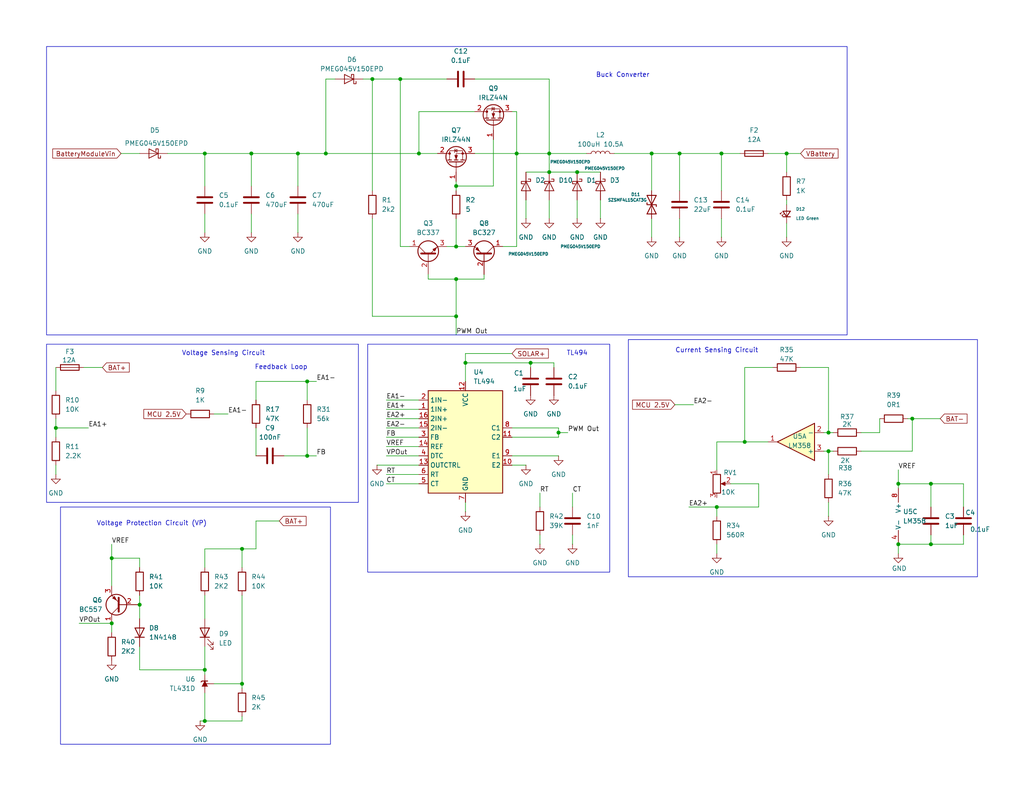
<source format=kicad_sch>
(kicad_sch (version 20231120) (generator "eeschema") (generator_version "8.0")
  (paper "USLetter")
  (title_block (title "Main"))
  (lib_symbols
    (symbol "Amplifier_Operational:LM358" (pin_names (offset 0.127))
      (property "Reference" "U" (at 0 5.08 0))
      (property "Value" "LM358" (at 0 -5.08 0))
      (symbol "LM358_1_1"
        (polyline (pts (xy -5.08 5.08) (xy 5.08 0) (xy -5.08 -5.08) (xy -5.08 5.08)) (stroke (width 0.254)) (fill (type background)))
        (pin output line (at 7.62 0 180) (length 2.54) (name "~") (number "1"))
        (pin input line (at -7.62 -2.54 0) (length 2.54) (name "-") (number "2"))
        (pin input line (at -7.62 2.54 0) (length 2.54) (name "+") (number "3"))
      )
      (symbol "LM358_2_1"
        (polyline (pts (xy -5.08 5.08) (xy 5.08 0) (xy -5.08 -5.08) (xy -5.08 5.08)) (stroke (width 0.254)) (fill (type background)))
        (pin input line (at -7.62 2.54 0) (length 2.54) (name "+") (number "5"))
        (pin input line (at -7.62 -2.54 0) (length 2.54) (name "-") (number "6"))
        (pin output line (at 7.62 0 180) (length 2.54) (name "~") (number "7"))
      )
      (symbol "LM358_3_1"
        (pin power_in line (at -2.54 -7.62 90) (length 3.81) (name "V-") (number "4"))
        (pin power_in line (at -2.54 7.62 270) (length 3.81) (name "V+") (number "8"))
      )
    )
    (symbol "Device:C" (pin_numbers hide) (pin_names (offset 0.254))
      (property "Reference" "C" (at 0.635 2.54 0))
      (property "Value" "C" (at 0.635 -2.54 0))
      (symbol "C_0_1"
        (polyline (pts (xy -2.032 -0.762) (xy 2.032 -0.762)) (stroke (width 0.508)))
        (polyline (pts (xy -2.032 0.762) (xy 2.032 0.762)) (stroke (width 0.508)))
      )
      (symbol "C_1_1"
        (pin passive line (at 0 3.81 270) (length 2.794) (name "~") (number "1"))
        (pin passive line (at 0 -3.81 90) (length 2.794) (name "~") (number "2"))
      )
    )
    (symbol "Device:D_TVS" (pin_numbers hide) (pin_names (offset 1.016) hide)
      (property "Reference" "D" (at 0 2.54 0))
      (property "Value" "D_TVS" (at 0 -2.54 0))
      (symbol "D_TVS_0_1"
        (polyline (pts (xy 1.27 0) (xy -1.27 0)))
        (polyline (pts (xy 0.508 1.27) (xy 0 1.27) (xy 0 -1.27) (xy -0.508 -1.27)) (stroke (width 0.254)))
        (polyline (pts (xy -2.54 1.27) (xy -2.54 -1.27) (xy 2.54 1.27) (xy 2.54 -1.27) (xy -2.54 1.27)) (stroke (width 0.254)))
      )
      (symbol "D_TVS_1_1"
        (pin passive line (at -3.81 0 0) (length 2.54) (name "A1") (number "1"))
        (pin passive line (at 3.81 0 180) (length 2.54) (name "A2") (number "2"))
      )
    )
    (symbol "Device:Fuse" (pin_numbers hide) (pin_names (offset 0))
      (property "Reference" "F" (at 2.032 0 90))
      (property "Value" "Fuse" (at -1.905 0 90))
      (symbol "Fuse_0_1"
        (rectangle (start -0.762 -2.54) (end 0.762 2.54) (stroke (width 0.254)))
        (polyline (pts (xy 0 2.54) (xy 0 -2.54)))
      )
      (symbol "Fuse_1_1"
        (pin passive line (at 0 3.81 270) (length 1.27) (name "~") (number "1"))
        (pin passive line (at 0 -3.81 90) (length 1.27) (name "~") (number "2"))
      )
    )
    (symbol "Device:L" (pin_numbers hide) (pin_names (offset 1.016) hide)
      (property "Reference" "L" (at -1.27 0 90))
      (property "Value" "L" (at 1.905 0 90))
      (symbol "L_0_1"
        (arc (start 0 -2.54) (mid 0.6323 -1.905) (end 0 -1.27))
        (arc (start 0 -1.27) (mid 0.6323 -0.635) (end 0 0))
        (arc (start 0 0) (mid 0.6323 0.635) (end 0 1.27))
        (arc (start 0 1.27) (mid 0.6323 1.905) (end 0 2.54))
      )
      (symbol "L_1_1"
        (pin passive line (at 0 3.81 270) (length 1.27) (name "1") (number "1"))
        (pin passive line (at 0 -3.81 90) (length 1.27) (name "2") (number "2"))
      )
    )
    (symbol "Device:LED" (pin_numbers hide) (pin_names (offset 1.016) hide)
      (property "Reference" "D" (at 0 2.54 0))
      (property "Value" "LED" (at 0 -2.54 0))
      (symbol "LED_0_1"
        (polyline (pts (xy -1.27 -1.27) (xy -1.27 1.27)) (stroke (width 0.254)))
        (polyline (pts (xy -1.27 0) (xy 1.27 0)))
        (polyline (pts (xy 1.27 -1.27) (xy 1.27 1.27) (xy -1.27 0) (xy 1.27 -1.27)) (stroke (width 0.254)))
        (polyline (pts (xy -3.048 -0.762) (xy -4.572 -2.286) (xy -3.81 -2.286) (xy -4.572 -2.286) (xy -4.572 -1.524)))
        (polyline (pts (xy -1.778 -0.762) (xy -3.302 -2.286) (xy -2.54 -2.286) (xy -3.302 -2.286) (xy -3.302 -1.524)))
      )
      (symbol "LED_1_1"
        (pin passive line (at -3.81 0 0) (length 2.54) (name "K") (number "1"))
        (pin passive line (at 3.81 0 180) (length 2.54) (name "A") (number "2"))
      )
    )
    (symbol "Device:LED_Small" (pin_numbers hide) (pin_names (offset 0.254) hide)
      (property "Reference" "D" (at -1.27 3.175 0))
      (property "Value" "LED_Small" (at -4.445 -2.54 0))
      (symbol "LED_Small_0_1"
        (polyline (pts (xy -0.762 -1.016) (xy -0.762 1.016)) (stroke (width 0.254)))
        (polyline (pts (xy 1.016 0) (xy -0.762 0)))
        (polyline (pts (xy 0.762 -1.016) (xy -0.762 0) (xy 0.762 1.016) (xy 0.762 -1.016)) (stroke (width 0.254)))
        (polyline (pts (xy 0 0.762) (xy -0.508 1.27) (xy -0.254 1.27) (xy -0.508 1.27) (xy -0.508 1.016)))
        (polyline (pts (xy 0.508 1.27) (xy 0 1.778) (xy 0.254 1.778) (xy 0 1.778) (xy 0 1.524)))
      )
      (symbol "LED_Small_1_1"
        (pin passive line (at -2.54 0 0) (length 1.778) (name "K") (number "1"))
        (pin passive line (at 2.54 0 180) (length 1.778) (name "A") (number "2"))
      )
    )
    (symbol "Device:R" (pin_numbers hide) (pin_names (offset 0))
      (property "Reference" "R" (at 2.032 0 90))
      (property "Value" "R" (at 0 0 90))
      (symbol "R_0_1"
        (rectangle (start -1.016 -2.54) (end 1.016 2.54) (stroke (width 0.254)))
      )
      (symbol "R_1_1"
        (pin passive line (at 0 3.81 270) (length 1.27) (name "~") (number "1"))
        (pin passive line (at 0 -3.81 90) (length 1.27) (name "~") (number "2"))
      )
    )
    (symbol "Device:R_Potentiometer" (pin_names (offset 1.016) hide)
      (property "Reference" "RV" (at -4.445 0 90))
      (property "Value" "R_Potentiometer" (at -2.54 0 90))
      (symbol "R_Potentiometer_0_1"
        (polyline (pts (xy 2.54 0) (xy 1.524 0)))
        (polyline (pts (xy 1.143 0) (xy 2.286 0.508) (xy 2.286 -0.508) (xy 1.143 0)) (fill (type outline)))
        (rectangle (start 1.016 2.54) (end -1.016 -2.54) (stroke (width 0.254)))
      )
      (symbol "R_Potentiometer_1_1"
        (pin passive line (at 0 3.81 270) (length 1.27) (name "1") (number "1"))
        (pin passive line (at 3.81 0 180) (length 1.27) (name "2") (number "2"))
        (pin passive line (at 0 -3.81 90) (length 1.27) (name "3") (number "3"))
      )
    )
    (symbol "Diode:1N4148" (pin_numbers hide) (pin_names hide)
      (property "Reference" "D" (at 0 2.54 0))
      (property "Value" "1N4148" (at 0 -2.54 0))
      (symbol "1N4148_0_1"
        (polyline (pts (xy -1.27 1.27) (xy -1.27 -1.27)) (stroke (width 0.254)))
        (polyline (pts (xy 1.27 0) (xy -1.27 0)))
        (polyline (pts (xy 1.27 1.27) (xy 1.27 -1.27) (xy -1.27 0) (xy 1.27 1.27)) (stroke (width 0.254)))
      )
      (symbol "1N4148_1_1"
        (pin passive line (at -3.81 0 0) (length 2.54) (name "K") (number "1"))
        (pin passive line (at 3.81 0 180) (length 2.54) (name "A") (number "2"))
      )
    )
    (symbol "Diode:PMEG045V150EPD" (pin_numbers hide) (pin_names hide)
      (property "Reference" "D" (at 0 2.54 0))
      (property "Value" "PMEG045V150EPD" (at 0 -2.54 0))
      (symbol "PMEG045V150EPD_0_1"
        (polyline (pts (xy 1.27 0) (xy -1.27 0)))
        (polyline (pts (xy 1.27 1.27) (xy 1.27 -1.27) (xy -1.27 0) (xy 1.27 1.27)) (stroke (width 0.2032)))
        (polyline (pts (xy -1.905 0.635) (xy -1.905 1.27) (xy -1.27 1.27) (xy -1.27 -1.27) (xy -0.635 -1.27) (xy -0.635 -0.635)) (stroke (width 0.2032)))
      )
      (symbol "PMEG045V150EPD_1_1"
        (pin passive line (at 3.81 0 180) (length 2.54) (name "A") (number "1"))
        (pin passive line (at 3.81 0 180) (length 2.54) hide (name "A") (number "2"))
        (pin passive line (at -3.81 0 0) (length 2.54) (name "K") (number "3"))
      )
    )
    (symbol "Reference_Voltage:TL431D" (pin_numbers hide) (pin_names hide)
      (property "Reference" "U" (at 0 -2.54 0))
      (property "Value" "TL431D" (at 0 -4.445 0))
      (symbol "TL431D_0_1"
        (polyline (pts (xy -1.27 0) (xy 0 0) (xy 1.27 0)))
        (polyline (pts (xy -0.762 0.762) (xy 0.762 0) (xy -0.762 -0.762)) (fill (type outline)))
        (polyline (pts (xy 0.508 -1.016) (xy 0.762 -0.762) (xy 0.762 0.762) (xy 0.762 0.762)) (stroke (width 0.254)))
      )
      (symbol "TL431D_1_1"
        (polyline (pts (xy 0 1.27) (xy 0 0)))
        (pin passive line (at 2.54 0 180) (length 2.54) (name "K") (number "1"))
        (pin passive line (at -2.54 0 0) (length 2.54) (name "A") (number "2"))
        (pin passive line (at -2.54 0 0) (length 2.54) hide (name "A") (number "3"))
        (pin passive line (at -2.54 0 0) (length 2.54) hide (name "A") (number "6"))
        (pin passive line (at -2.54 0 0) (length 2.54) hide (name "A") (number "7"))
        (pin passive line (at 0 2.54 270) (length 2.54) (name "REF") (number "8"))
      )
    )
    (symbol "Regulator_Controller:TL494"
      (property "Reference" "U" (at 3.81 19.05 0))
      (property "Value" "TL494" (at 3.81 16.51 0))
      (symbol "TL494_0_1"
        (rectangle (start -10.16 -12.7) (end 10.16 15.24) (stroke (width 0.254)) (fill (type background)))
      )
      (symbol "TL494_1_1"
        (pin input line (at -12.7 10.16 0) (length 2.54) (name "1IN+") (number "1"))
        (pin passive line (at 12.7 -5.08 180) (length 2.54) (name "E2") (number "10"))
        (pin passive line (at 12.7 2.54 180) (length 2.54) (name "C2") (number "11"))
        (pin power_in line (at 0 17.78 270) (length 2.54) (name "VCC") (number "12"))
        (pin input line (at -12.7 -5.08 0) (length 2.54) (name "OUTCTRL") (number "13"))
        (pin power_out line (at -12.7 0 0) (length 2.54) (name "REF") (number "14"))
        (pin input line (at -12.7 5.08 0) (length 2.54) (name "2IN-") (number "15"))
        (pin input line (at -12.7 7.62 0) (length 2.54) (name "2IN+") (number "16"))
        (pin input line (at -12.7 12.7 0) (length 2.54) (name "1IN-") (number "2"))
        (pin output line (at -12.7 2.54 0) (length 2.54) (name "FB") (number "3"))
        (pin input line (at -12.7 -2.54 0) (length 2.54) (name "DTC") (number "4"))
        (pin passive line (at -12.7 -10.16 0) (length 2.54) (name "CT") (number "5"))
        (pin passive line (at -12.7 -7.62 0) (length 2.54) (name "RT") (number "6"))
        (pin power_in line (at 0 -15.24 90) (length 2.54) (name "GND") (number "7"))
        (pin passive line (at 12.7 5.08 180) (length 2.54) (name "C1") (number "8"))
        (pin passive line (at 12.7 -2.54 180) (length 2.54) (name "E1") (number "9"))
      )
    )
    (symbol "Transistor_BJT:BC327" (pin_names (offset 0) hide)
      (property "Reference" "Q" (at 5.08 1.905 0))
      (property "Value" "BC327" (at 5.08 0 0))
      (symbol "BC327_0_1"
        (polyline (pts (xy 0.635 0.635) (xy 2.54 2.54)))
        (polyline (pts (xy 0.635 -0.635) (xy 2.54 -2.54) (xy 2.54 -2.54)))
        (polyline (pts (xy 0.635 1.905) (xy 0.635 -1.905) (xy 0.635 -1.905)) (stroke (width 0.508)))
        (polyline (pts (xy 2.286 -1.778) (xy 1.778 -2.286) (xy 1.27 -1.27) (xy 2.286 -1.778) (xy 2.286 -1.778)) (fill (type outline)))
        (circle (center 1.27 0) (radius 2.8194) (stroke (width 0.254)))
      )
      (symbol "BC327_1_1"
        (pin passive line (at 2.54 5.08 270) (length 2.54) (name "C") (number "1"))
        (pin input line (at -5.08 0 0) (length 5.715) (name "B") (number "2"))
        (pin passive line (at 2.54 -5.08 90) (length 2.54) (name "E") (number "3"))
      )
    )
    (symbol "Transistor_BJT:BC337" (pin_names (offset 0) hide)
      (property "Reference" "Q" (at 5.08 1.905 0))
      (property "Value" "BC337" (at 5.08 0 0))
      (symbol "BC337_0_1"
        (polyline (pts (xy 0 0) (xy 0.635 0)))
        (polyline (pts (xy 0.635 0.635) (xy 2.54 2.54)))
        (polyline (pts (xy 0.635 -0.635) (xy 2.54 -2.54) (xy 2.54 -2.54)))
        (polyline (pts (xy 0.635 1.905) (xy 0.635 -1.905) (xy 0.635 -1.905)) (stroke (width 0.508)))
        (polyline (pts (xy 1.27 -1.778) (xy 1.778 -1.27) (xy 2.286 -2.286) (xy 1.27 -1.778) (xy 1.27 -1.778)) (fill (type outline)))
        (circle (center 1.27 0) (radius 2.8194) (stroke (width 0.254)))
      )
      (symbol "BC337_1_1"
        (pin passive line (at 2.54 5.08 270) (length 2.54) (name "C") (number "1"))
        (pin input line (at -5.08 0 0) (length 5.08) (name "B") (number "2"))
        (pin passive line (at 2.54 -5.08 90) (length 2.54) (name "E") (number "3"))
      )
    )
    (symbol "Transistor_BJT:BC557" (pin_names (offset 0) hide)
      (property "Reference" "Q" (at 5.08 1.905 0))
      (property "Value" "BC557" (at 5.08 0 0))
      (symbol "BC557_0_1"
        (polyline (pts (xy 0.635 0.635) (xy 2.54 2.54)))
        (polyline (pts (xy 0.635 -0.635) (xy 2.54 -2.54) (xy 2.54 -2.54)))
        (polyline (pts (xy 0.635 1.905) (xy 0.635 -1.905) (xy 0.635 -1.905)) (stroke (width 0.508)))
        (polyline (pts (xy 2.286 -1.778) (xy 1.778 -2.286) (xy 1.27 -1.27) (xy 2.286 -1.778) (xy 2.286 -1.778)) (fill (type outline)))
        (circle (center 1.27 0) (radius 2.8194) (stroke (width 0.254)))
      )
      (symbol "BC557_1_1"
        (pin passive line (at 2.54 5.08 270) (length 2.54) (name "C") (number "1"))
        (pin input line (at -5.08 0 0) (length 5.715) (name "B") (number "2"))
        (pin passive line (at 2.54 -5.08 90) (length 2.54) (name "E") (number "3"))
      )
    )
    (symbol "Transistor_FET:IRLZ44N" (pin_names hide)
      (property "Reference" "Q" (at 5.08 1.905 0))
      (property "Value" "IRLZ44N" (at 5.08 0 0))
      (symbol "IRLZ44N_0_1"
        (polyline (pts (xy 0.254 0) (xy -2.54 0)))
        (polyline (pts (xy 0.254 1.905) (xy 0.254 -1.905)) (stroke (width 0.254)))
        (polyline (pts (xy 0.762 -1.27) (xy 0.762 -2.286)) (stroke (width 0.254)))
        (polyline (pts (xy 0.762 0.508) (xy 0.762 -0.508)) (stroke (width 0.254)))
        (polyline (pts (xy 0.762 2.286) (xy 0.762 1.27)) (stroke (width 0.254)))
        (polyline (pts (xy 2.54 2.54) (xy 2.54 1.778)))
        (polyline (pts (xy 2.54 -2.54) (xy 2.54 0) (xy 0.762 0)))
        (polyline (pts (xy 0.762 -1.778) (xy 3.302 -1.778) (xy 3.302 1.778) (xy 0.762 1.778)))
        (polyline (pts (xy 1.016 0) (xy 2.032 0.381) (xy 2.032 -0.381) (xy 1.016 0)) (fill (type outline)))
        (polyline (pts (xy 2.794 0.508) (xy 2.921 0.381) (xy 3.683 0.381) (xy 3.81 0.254)))
        (polyline (pts (xy 3.302 0.381) (xy 2.921 -0.254) (xy 3.683 -0.254) (xy 3.302 0.381)))
        (circle (center 1.651 0) (radius 2.794) (stroke (width 0.254)))
        (circle (center 2.54 -1.778) (radius 0.254) (fill (type outline)))
        (circle (center 2.54 1.778) (radius 0.254) (fill (type outline)))
      )
      (symbol "IRLZ44N_1_1"
        (pin input line (at -5.08 0 0) (length 2.54) (name "G") (number "1"))
        (pin passive line (at 2.54 5.08 270) (length 2.54) (name "D") (number "2"))
        (pin passive line (at 2.54 -5.08 90) (length 2.54) (name "S") (number "3"))
      )
    )
    (symbol "power:GND" (power) (pin_numbers hide) (pin_names (offset 0) hide)
      (property "Value" "GND" (at 0 -3.81 0))
      (symbol "GND_0_1"
        (polyline (pts (xy 0 0) (xy 0 -1.27) (xy 1.27 -1.27) (xy 0 -2.54) (xy -1.27 -1.27) (xy 0 -1.27)))
      )
      (symbol "GND_1_1"
        (pin power_in line (at 0 0 270) (length 0) (name "~") (number "1"))
      )
    )
  )
  (junction (at 226.06 118.11))
  (junction (at 185.42 41.91))
  (junction (at 226.06 123.19))
  (junction (at 127 99.06))
  (junction (at 149.86 46.99))
  (junction (at 124.46 76.2))
  (junction (at 114.3 41.91))
  (junction (at 195.58 138.43))
  (junction (at 245.11 148.59))
  (junction (at 254 148.59))
  (junction (at 38.1 165.1))
  (junction (at 157.48 46.99))
  (junction (at 124.46 86.36))
  (junction (at 30.48 170.18))
  (junction (at 203.2 120.65))
  (junction (at 66.04 149.86))
  (junction (at 214.63 41.91))
  (junction (at 68.58 41.91))
  (junction (at 109.22 21.59))
  (junction (at 140.97 41.91))
  (junction (at 83.82 104.14))
  (junction (at 101.6 21.59))
  (junction (at 248.92 114.3))
  (junction (at 30.48 152.4))
  (junction (at 55.88 41.91))
  (junction (at 144.78 99.06))
  (junction (at 254 132.08))
  (junction (at 152.4 118.11))
  (junction (at 196.85 41.91))
  (junction (at 55.88 182.88))
  (junction (at 15.24 116.84))
  (junction (at 81.28 41.91))
  (junction (at 124.46 50.8))
  (junction (at 66.04 186.69))
  (junction (at 124.46 67.31))
  (junction (at 55.88 196.85))
  (junction (at 245.11 132.08))
  (junction (at 177.8 41.91))
  (junction (at 149.86 41.91))
  (junction (at 83.82 124.46))
  (junction (at 88.9 41.91))
  (wire (pts (xy 144.78 99.06) (xy 144.78 100.33)))
  (wire (pts (xy 139.7 30.48) (xy 140.97 30.48)))
  (wire (pts (xy 30.48 170.18) (xy 30.48 172.72)))
  (wire (pts (xy 124.46 52.07) (xy 124.46 50.8)))
  (wire (pts (xy 139.7 124.46) (xy 152.4 124.46)))
  (wire (pts (xy 137.16 67.31) (xy 140.97 67.31)))
  (wire (pts (xy 109.22 21.59) (xy 121.92 21.59)))
  (wire (pts (xy 157.48 54.61) (xy 157.48 59.69)))
  (wire (pts (xy 15.24 116.84) (xy 15.24 119.38)))
  (wire (pts (xy 214.63 60.96) (xy 214.63 64.77)))
  (wire (pts (xy 214.63 54.61) (xy 214.63 55.88)))
  (wire (pts (xy 83.82 104.14) (xy 83.82 109.22)))
  (wire (pts (xy 55.88 176.53) (xy 55.88 182.88)))
  (wire (pts (xy 124.46 76.2) (xy 132.08 76.2)))
  (wire (pts (xy 139.7 96.52) (xy 127 96.52)))
  (wire (pts (xy 254 148.59) (xy 262.89 148.59)))
  (wire (pts (xy 38.1 162.56) (xy 38.1 165.1)))
  (wire (pts (xy 199.39 132.08) (xy 207.01 132.08)))
  (wire (pts (xy 68.58 41.91) (xy 68.58 50.8)))
  (wire (pts (xy 114.3 41.91) (xy 119.38 41.91)))
  (wire (pts (xy 55.88 162.56) (xy 55.88 168.91)))
  (wire (pts (xy 226.06 137.16) (xy 226.06 140.97)))
  (wire (pts (xy 30.48 152.4) (xy 30.48 160.02)))
  (wire (pts (xy 167.64 41.91) (xy 177.8 41.91)))
  (wire (pts (xy 210.82 100.33) (xy 203.2 100.33)))
  (wire (pts (xy 105.41 114.3) (xy 114.3 114.3)))
  (wire (pts (xy 33.02 41.91) (xy 38.1 41.91)))
  (wire (pts (xy 151.13 99.06) (xy 151.13 100.33)))
  (wire (pts (xy 262.89 148.59) (xy 262.89 146.05)))
  (wire (pts (xy 224.79 123.19) (xy 226.06 123.19)))
  (wire (pts (xy 121.92 67.31) (xy 124.46 67.31)))
  (wire (pts (xy 227.33 118.11) (xy 226.06 118.11)))
  (wire (pts (xy 55.88 41.91) (xy 68.58 41.91)))
  (wire (pts (xy 69.85 104.14) (xy 83.82 104.14)))
  (wire (pts (xy 214.63 41.91) (xy 214.63 46.99)))
  (wire (pts (xy 55.88 41.91) (xy 55.88 50.8)))
  (wire (pts (xy 55.88 149.86) (xy 66.04 149.86)))
  (wire (pts (xy 132.08 76.2) (xy 132.08 74.93)))
  (wire (pts (xy 226.06 123.19) (xy 226.06 129.54)))
  (wire (pts (xy 55.88 196.85) (xy 66.04 196.85)))
  (wire (pts (xy 152.4 118.11) (xy 154.94 118.11)))
  (wire (pts (xy 38.1 154.94) (xy 38.1 152.4)))
  (wire (pts (xy 68.58 41.91) (xy 81.28 41.91)))
  (wire (pts (xy 109.22 67.31) (xy 111.76 67.31)))
  (wire (pts (xy 69.85 116.84) (xy 69.85 124.46)))
  (wire (pts (xy 38.1 176.53) (xy 38.1 182.88)))
  (wire (pts (xy 177.8 41.91) (xy 185.42 41.91)))
  (wire (pts (xy 109.22 21.59) (xy 109.22 67.31)))
  (wire (pts (xy 226.06 123.19) (xy 227.33 123.19)))
  (wire (pts (xy 140.97 41.91) (xy 149.86 41.91)))
  (wire (pts (xy 45.72 41.91) (xy 55.88 41.91)))
  (wire (pts (xy 76.2 142.24) (xy 69.85 142.24)))
  (wire (pts (xy 116.84 74.93) (xy 116.84 76.2)))
  (wire (pts (xy 66.04 186.69) (xy 66.04 187.96)))
  (wire (pts (xy 83.82 104.14) (xy 86.36 104.14)))
  (wire (pts (xy 185.42 41.91) (xy 196.85 41.91)))
  (wire (pts (xy 114.3 30.48) (xy 114.3 41.91)))
  (wire (pts (xy 83.82 124.46) (xy 86.36 124.46)))
  (wire (pts (xy 226.06 118.11) (xy 224.79 118.11)))
  (wire (pts (xy 105.41 111.76) (xy 114.3 111.76)))
  (wire (pts (xy 152.4 116.84) (xy 152.4 118.11)))
  (wire (pts (xy 116.84 76.2) (xy 124.46 76.2)))
  (wire (pts (xy 81.28 58.42) (xy 81.28 63.5)))
  (wire (pts (xy 55.88 182.88) (xy 38.1 182.88)))
  (wire (pts (xy 214.63 41.91) (xy 209.55 41.91)))
  (wire (pts (xy 149.86 41.91) (xy 160.02 41.91)))
  (wire (pts (xy 101.6 86.36) (xy 124.46 86.36)))
  (wire (pts (xy 157.48 46.99) (xy 163.83 46.99)))
  (wire (pts (xy 195.58 138.43) (xy 207.01 138.43)))
  (wire (pts (xy 248.92 123.19) (xy 248.92 114.3)))
  (wire (pts (xy 22.86 100.33) (xy 27.94 100.33)))
  (wire (pts (xy 262.89 132.08) (xy 254 132.08)))
  (wire (pts (xy 207.01 132.08) (xy 207.01 138.43)))
  (wire (pts (xy 195.58 120.65) (xy 203.2 120.65)))
  (wire (pts (xy 203.2 120.65) (xy 209.55 120.65)))
  (wire (pts (xy 149.86 54.61) (xy 149.86 59.69)))
  (wire (pts (xy 124.46 67.31) (xy 127 67.31)))
  (wire (pts (xy 254 132.08) (xy 245.11 132.08)))
  (wire (pts (xy 101.6 21.59) (xy 101.6 52.07)))
  (wire (pts (xy 248.92 114.3) (xy 256.54 114.3)))
  (wire (pts (xy 124.46 86.36) (xy 124.46 91.44)))
  (wire (pts (xy 69.85 142.24) (xy 69.85 149.86)))
  (wire (pts (xy 102.87 127) (xy 114.3 127)))
  (wire (pts (xy 234.95 123.19) (xy 248.92 123.19)))
  (wire (pts (xy 245.11 128.27) (xy 245.11 132.08)))
  (wire (pts (xy 143.51 46.99) (xy 149.86 46.99)))
  (wire (pts (xy 105.41 124.46) (xy 114.3 124.46)))
  (wire (pts (xy 58.42 186.69) (xy 66.04 186.69)))
  (wire (pts (xy 152.4 118.11) (xy 152.4 119.38)))
  (wire (pts (xy 196.85 59.69) (xy 196.85 64.77)))
  (wire (pts (xy 203.2 100.33) (xy 203.2 120.65)))
  (wire (pts (xy 234.95 118.11) (xy 240.03 118.11)))
  (wire (pts (xy 139.7 116.84) (xy 152.4 116.84)))
  (wire (pts (xy 88.9 21.59) (xy 91.44 21.59)))
  (wire (pts (xy 55.88 149.86) (xy 55.88 154.94)))
  (wire (pts (xy 77.47 124.46) (xy 83.82 124.46)))
  (wire (pts (xy 187.96 138.43) (xy 195.58 138.43)))
  (wire (pts (xy 15.24 116.84) (xy 24.13 116.84)))
  (wire (pts (xy 129.54 41.91) (xy 140.97 41.91)))
  (wire (pts (xy 124.46 50.8) (xy 124.46 49.53)))
  (wire (pts (xy 124.46 76.2) (xy 124.46 86.36)))
  (wire (pts (xy 66.04 149.86) (xy 69.85 149.86)))
  (wire (pts (xy 140.97 67.31) (xy 140.97 41.91)))
  (wire (pts (xy 139.7 127) (xy 143.51 127)))
  (wire (pts (xy 147.32 146.05) (xy 147.32 148.59)))
  (wire (pts (xy 101.6 59.69) (xy 101.6 86.36)))
  (wire (pts (xy 38.1 165.1) (xy 38.1 168.91)))
  (wire (pts (xy 134.62 50.8) (xy 124.46 50.8)))
  (wire (pts (xy 55.88 58.42) (xy 55.88 63.5)))
  (wire (pts (xy 149.86 21.59) (xy 149.86 41.91)))
  (wire (pts (xy 127 96.52) (xy 127 99.06)))
  (wire (pts (xy 88.9 21.59) (xy 88.9 41.91)))
  (wire (pts (xy 15.24 127) (xy 15.24 129.54)))
  (wire (pts (xy 66.04 162.56) (xy 66.04 186.69)))
  (wire (pts (xy 163.83 54.61) (xy 163.83 59.69)))
  (wire (pts (xy 247.65 114.3) (xy 248.92 114.3)))
  (wire (pts (xy 218.44 100.33) (xy 226.06 100.33)))
  (wire (pts (xy 124.46 59.69) (xy 124.46 67.31)))
  (wire (pts (xy 105.41 132.08) (xy 114.3 132.08)))
  (wire (pts (xy 149.86 46.99) (xy 157.48 46.99)))
  (wire (pts (xy 105.41 109.22) (xy 114.3 109.22)))
  (wire (pts (xy 21.59 170.18) (xy 30.48 170.18)))
  (wire (pts (xy 55.88 182.88) (xy 55.88 184.15)))
  (wire (pts (xy 81.28 41.91) (xy 81.28 50.8)))
  (wire (pts (xy 245.11 151.13) (xy 245.11 148.59)))
  (wire (pts (xy 127 99.06) (xy 144.78 99.06)))
  (wire (pts (xy 134.62 38.1) (xy 134.62 50.8)))
  (wire (pts (xy 99.06 21.59) (xy 101.6 21.59)))
  (wire (pts (xy 129.54 30.48) (xy 114.3 30.48)))
  (wire (pts (xy 254 132.08) (xy 254 138.43)))
  (wire (pts (xy 195.58 148.59) (xy 195.58 151.13)))
  (wire (pts (xy 55.88 189.23) (xy 55.88 196.85)))
  (wire (pts (xy 58.42 113.03) (xy 62.23 113.03)))
  (wire (pts (xy 30.48 152.4) (xy 38.1 152.4)))
  (wire (pts (xy 185.42 52.07) (xy 185.42 41.91)))
  (wire (pts (xy 147.32 134.62) (xy 147.32 138.43)))
  (wire (pts (xy 55.88 196.85) (xy 54.61 196.85)))
  (wire (pts (xy 149.86 41.91) (xy 149.86 46.99)))
  (wire (pts (xy 105.41 121.92) (xy 114.3 121.92)))
  (wire (pts (xy 88.9 41.91) (xy 114.3 41.91)))
  (wire (pts (xy 184.15 110.49) (xy 189.23 110.49)))
  (wire (pts (xy 127 137.16) (xy 127 139.7)))
  (wire (pts (xy 196.85 41.91) (xy 196.85 52.07)))
  (wire (pts (xy 143.51 54.61) (xy 143.51 59.69)))
  (wire (pts (xy 101.6 21.59) (xy 109.22 21.59)))
  (wire (pts (xy 105.41 129.54) (xy 114.3 129.54)))
  (wire (pts (xy 30.48 148.59) (xy 30.48 152.4)))
  (wire (pts (xy 139.7 119.38) (xy 152.4 119.38)))
  (wire (pts (xy 105.41 116.84) (xy 114.3 116.84)))
  (wire (pts (xy 15.24 100.33) (xy 15.24 106.68)))
  (wire (pts (xy 66.04 196.85) (xy 66.04 195.58)))
  (wire (pts (xy 195.58 138.43) (xy 195.58 140.97)))
  (wire (pts (xy 66.04 149.86) (xy 66.04 154.94)))
  (wire (pts (xy 177.8 41.91) (xy 177.8 52.07)))
  (wire (pts (xy 105.41 119.38) (xy 114.3 119.38)))
  (wire (pts (xy 185.42 59.69) (xy 185.42 64.77)))
  (wire (pts (xy 156.21 146.05) (xy 156.21 148.59)))
  (wire (pts (xy 69.85 109.22) (xy 69.85 104.14)))
  (wire (pts (xy 226.06 100.33) (xy 226.06 118.11)))
  (wire (pts (xy 254 148.59) (xy 254 146.05)))
  (wire (pts (xy 15.24 114.3) (xy 15.24 116.84)))
  (wire (pts (xy 68.58 58.42) (xy 68.58 63.5)))
  (wire (pts (xy 177.8 59.69) (xy 177.8 64.77)))
  (wire (pts (xy 144.78 99.06) (xy 151.13 99.06)))
  (wire (pts (xy 127 99.06) (xy 127 104.14)))
  (wire (pts (xy 214.63 41.91) (xy 218.44 41.91)))
  (wire (pts (xy 140.97 30.48) (xy 140.97 41.91)))
  (wire (pts (xy 262.89 138.43) (xy 262.89 132.08)))
  (wire (pts (xy 83.82 116.84) (xy 83.82 124.46)))
  (wire (pts (xy 196.85 41.91) (xy 201.93 41.91)))
  (wire (pts (xy 245.11 132.08) (xy 245.11 133.35)))
  (wire (pts (xy 240.03 114.3) (xy 240.03 118.11)))
  (wire (pts (xy 245.11 148.59) (xy 254 148.59)))
  (wire (pts (xy 81.28 41.91) (xy 88.9 41.91)))
  (wire (pts (xy 195.58 120.65) (xy 195.58 128.27)))
  (wire (pts (xy 129.54 21.59) (xy 149.86 21.59)))
  (wire (pts (xy 156.21 134.62) (xy 156.21 138.43)))
  (rectangle (start 12.7 12.7) (end 231.14 91.44))
  (rectangle (start 171.45 92.71) (end 266.7 157.48))
  (rectangle (start 12.7 93.98) (end 97.79 137.16))
  (rectangle (start 100.33 93.98) (end 166.37 156.21))
  (rectangle (start 16.51 138.43) (end 90.17 203.2))
  (text "Voltage Protection Circuit (VP)" (at 41.402 143.002 0) (effects (font (size 1.27 1.27))))
  (text "Voltage Sensing Circuit" (at 60.96 96.52 0) (effects (font (size 1.27 1.27))))
  (text "Feedback Loop" (at 76.708 100.33 0) (effects (font (size 1.27 1.27))))
  (text "Current Sensing Circuit" (at 195.58 95.758 0) (effects (font (size 1.27 1.27))))
  (text "Buck Converter\n" (at 169.926 20.574 0) (effects (font (size 1.27 1.27))))
  (text "TL494" (at 157.48 96.52 0) (effects (font (size 1.27 1.27))))
  (label "EA2-" (at 189.23 110.49 0))
  (label "FB" (at 86.36 124.46 0))
  (label "VPOut" (at 21.59 170.18 0))
  (label "EA2-" (at 105.41 116.84 0))
  (label "EA1+" (at 24.13 116.84 0))
  (label "CT" (at 105.41 132.08 0))
  (label "VREF" (at 105.41 121.92 0))
  (label "RT" (at 105.41 129.54 0))
  (label "VPOut" (at 105.41 124.46 0))
  (label "EA2+" (at 187.96 138.43 0))
  (label "RT" (at 147.32 134.62 0))
  (label "PWM Out" (at 154.94 118.11 0))
  (label "EA1+" (at 105.41 111.76 0))
  (label "EA2+" (at 105.41 114.3 0))
  (label "VREF" (at 30.48 148.59 0))
  (label "CT" (at 156.21 134.62 0))
  (label "EA1-" (at 105.41 109.22 0))
  (label "FB" (at 105.41 119.38 0))
  (label "VREF" (at 245.11 128.27 0))
  (label "PWM Out" (at 124.46 91.44 0))
  (label "EA1-" (at 86.36 104.14 0))
  (label "EA1-" (at 62.23 113.03 0))
  (global_label "BAT-" (shape input) (at 256.54 114.3 0) (property "Intersheetrefs" "${INTERSHEET_REFS}" (effects (hide yes))))
  (global_label "SOLAR+" (shape input) (at 139.7 96.52 0) (property "Intersheetrefs" "${INTERSHEET_REFS}" (effects (hide yes))))
  (global_label "BAT+" (shape input) (at 76.2 142.24 0) (property "Intersheetrefs" "${INTERSHEET_REFS}" (effects (hide yes))))
  (global_label "BatteryModuleVin" (shape input) (at 33.02 41.91 180) (property "Intersheetrefs" "${INTERSHEET_REFS}" (effects (hide yes))))
  (global_label "VBattery" (shape input) (at 218.44 41.91 0) (property "Intersheetrefs" "${INTERSHEET_REFS}" (effects (hide yes))))
  (global_label "MCU 2.5V" (shape input) (at 50.8 113.03 180) (property "Intersheetrefs" "${INTERSHEET_REFS}" (effects (hide yes))))
  (global_label "BAT+" (shape input) (at 27.94 100.33 0) (property "Intersheetrefs" "${INTERSHEET_REFS}" (effects (hide yes))))
  (global_label "MCU 2.5V" (shape input) (at 184.15 110.49 180) (property "Intersheetrefs" "${INTERSHEET_REFS}" (effects (hide yes))))
  (symbol (lib_id "Device:Fuse") (at 205.74 41.91 90) (unit 1)
    (property "Reference" "F2" (at 205.74 35.56 90))
    (property "Value" "12A" (at 205.74 38.1 90))
    (property "Footprint" "Fuse:Fuseholder_Clip-6.3x32mm_Littelfuse_102071_Inline_P34.70x7.60mm_D2.00mm_Horizontal" (effects (hide yes)))
    (property "Description" "Fuse" (effects (hide yes)))
  )
  (symbol (lib_id "Device:R") (at 66.04 191.77 0) (unit 1)
    (property "Reference" "R45" (at 68.58 190.4999 0) (effects (justify left)))
    (property "Value" "2K" (at 68.58 193.0399 0) (effects (justify left)))
    (property "Footprint" "Resistor_SMD:R_0805_2012Metric_Pad1.20x1.40mm_HandSolder" (effects (hide yes)))
    (property "Description" "Resistor" (effects (hide yes)))
  )
  (symbol (lib_id "power:GND") (at 156.21 148.59 0) (unit 1)
    (property "Reference" "#PWR035" (effects (hide yes)))
    (property "Value" "GND" (at 156.21 153.67 0))
    (property "Description" "Power symbol creates a global label with name \"GND\" , ground" (effects (hide yes)))
  )
  (symbol (lib_id "Device:R") (at 55.88 158.75 0) (unit 1)
    (property "Reference" "R43" (at 58.42 157.4799 0) (effects (justify left)))
    (property "Value" "2K2" (at 58.42 160.0199 0) (effects (justify left)))
    (property "Footprint" "Resistor_SMD:R_0805_2012Metric_Pad1.20x1.40mm_HandSolder" (effects (hide yes)))
    (property "Description" "Resistor" (effects (hide yes)))
  )
  (symbol (lib_id "Diode:PMEG045V150EPD") (at 163.83 50.8 270) (unit 1)
    (property "Reference" "D3" (at 166.37 49.2124 90) (effects (justify left)))
    (property "Value" "PMEG045V150EPD" (at 159.512 45.974 90) (effects (font (size 0.8 0.8)) (justify left)))
    (property "Footprint" "Package_TO_SOT_SMD:Nexperia_CFP15_SOT-1289" (effects (hide yes)))
    (property "Datasheet" "https://assets.nexperia.com/documents/data-sheet/PMEG045V150EPD.pdf" (effects (hide yes)))
    (property "Description" "45V, 15A low Vf MEGA Schottky barrier rectifier, SOT-1289" (effects (hide yes)))
  )
  (symbol (lib_id "power:GND") (at 152.4 124.46 0) (unit 1)
    (property "Reference" "#PWR032" (effects (hide yes)))
    (property "Value" "GND" (at 152.4 129.54 0))
    (property "Description" "Power symbol creates a global label with name \"GND\" , ground" (effects (hide yes)))
  )
  (symbol (lib_id "Device:C") (at 73.66 124.46 90) (unit 1)
    (property "Reference" "C9" (at 73.66 116.84 90))
    (property "Value" "100nF" (at 73.66 119.38 90))
    (property "Footprint" "Capacitor_SMD:C_0805_2012Metric_Pad1.18x1.45mm_HandSolder" (effects (hide yes)))
    (property "Description" "Unpolarized capacitor" (effects (hide yes)))
  )
  (symbol (lib_id "Device:R") (at 69.85 113.03 0) (unit 1)
    (property "Reference" "R17" (at 72.39 111.7599 0) (effects (justify left)))
    (property "Value" "47K" (at 72.39 114.2999 0) (effects (justify left)))
    (property "Footprint" "Resistor_SMD:R_0805_2012Metric_Pad1.20x1.40mm_HandSolder" (effects (hide yes)))
    (property "Description" "Resistor" (effects (hide yes)))
  )
  (symbol (lib_id "Device:R") (at 124.46 55.88 0) (unit 1)
    (property "Reference" "R2" (at 127 54.6099 0) (effects (justify left)))
    (property "Value" "5" (at 127 57.1499 0) (effects (justify left)))
    (property "Footprint" "Resistor_SMD:R_0805_2012Metric" (effects (hide yes)))
    (property "Description" "Resistor" (effects (hide yes)))
  )
  (symbol (lib_id "power:GND") (at 143.51 127 0) (unit 1)
    (property "Reference" "#PWR031" (effects (hide yes)))
    (property "Value" "GND" (at 143.51 132.08 0))
    (property "Description" "Power symbol creates a global label with name \"GND\" , ground" (effects (hide yes)))
  )
  (symbol (lib_id "power:GND") (at 127 139.7 0) (unit 1)
    (property "Reference" "#PWR028" (effects (hide yes)))
    (property "Value" "GND" (at 127 144.78 0))
    (property "Description" "Power symbol creates a global label with name \"GND\" , ground" (effects (hide yes)))
  )
  (symbol (lib_id "power:GND") (at 177.8 64.77 0) (unit 1)
    (property "Reference" "#PWR011" (effects (hide yes)))
    (property "Value" "GND" (at 177.8 69.85 0))
    (property "Description" "Power symbol creates a global label with name \"GND\" , ground" (effects (hide yes)))
  )
  (symbol (lib_id "Device:R") (at 30.48 176.53 0) (unit 1)
    (property "Reference" "R40" (at 33.02 175.2599 0) (effects (justify left)))
    (property "Value" "2K2" (at 33.02 177.7999 0) (effects (justify left)))
    (property "Footprint" "Resistor_SMD:R_0805_2012Metric_Pad1.20x1.40mm_HandSolder" (effects (hide yes)))
    (property "Description" "Resistor" (effects (hide yes)))
  )
  (symbol (lib_id "Device:C") (at 156.21 142.24 0) (unit 1)
    (property "Reference" "C10" (at 160.02 140.9699 0) (effects (justify left)))
    (property "Value" "1nF" (at 160.02 143.5099 0) (effects (justify left)))
    (property "Footprint" "Capacitor_SMD:C_0805_2012Metric_Pad1.18x1.45mm_HandSolder" (effects (hide yes)))
    (property "Description" "Unpolarized capacitor" (effects (hide yes)))
  )
  (symbol (lib_id "Device:R") (at 15.24 110.49 0) (unit 1)
    (property "Reference" "R10" (at 17.78 109.2199 0) (effects (justify left)))
    (property "Value" "10K" (at 17.78 111.7599 0) (effects (justify left)))
    (property "Footprint" "Resistor_SMD:R_0805_2012Metric_Pad1.20x1.40mm_HandSolder" (effects (hide yes)))
    (property "Description" "Resistor" (effects (hide yes)))
  )
  (symbol (lib_id "power:GND") (at 30.48 180.34 0) (unit 1)
    (property "Reference" "#PWR033" (effects (hide yes)))
    (property "Value" "GND" (at 30.48 185.42 0))
    (property "Description" "Power symbol creates a global label with name \"GND\" , ground" (effects (hide yes)))
  )
  (symbol (lib_id "power:GND") (at 151.13 107.95 0) (unit 1)
    (property "Reference" "#PWR02" (effects (hide yes)))
    (property "Value" "GND" (at 151.13 113.03 0))
    (property "Description" "Power symbol creates a global label with name \"GND\" , ground" (effects (hide yes)))
  )
  (symbol (lib_id "Device:R") (at 83.82 113.03 0) (unit 1)
    (property "Reference" "R31" (at 86.36 111.7599 0) (effects (justify left)))
    (property "Value" "56k" (at 86.36 114.2999 0) (effects (justify left)))
    (property "Footprint" "Resistor_SMD:R_0805_2012Metric_Pad1.20x1.40mm_HandSolder" (effects (hide yes)))
    (property "Description" "Resistor" (effects (hide yes)))
  )
  (symbol (lib_id "Transistor_FET:IRLZ44N") (at 134.62 33.02 90) (unit 1)
    (property "Reference" "Q9" (at 134.62 24.13 90))
    (property "Value" "IRLZ44N" (at 134.62 26.67 90))
    (property "Footprint" "Package_TO_SOT_THT:TO-220-3_Vertical" (effects (hide yes)))
    (property "Datasheet" "http://www.irf.com/product-info/datasheets/data/irlz44n.pdf" (effects (hide yes)))
    (property "Description" "47A Id, 55V Vds, 22mOhm Rds Single N-Channel HEXFET Power MOSFET, TO-220AB" (effects (hide yes)))
  )
  (symbol (lib_id "power:GND") (at 147.32 148.59 0) (unit 1)
    (property "Reference" "#PWR034" (effects (hide yes)))
    (property "Value" "GND" (at 147.32 153.67 0))
    (property "Description" "Power symbol creates a global label with name \"GND\" , ground" (effects (hide yes)))
  )
  (symbol (lib_id "Device:C") (at 151.13 104.14 0) (unit 1)
    (property "Reference" "C2" (at 154.94 102.8699 0) (effects (justify left)))
    (property "Value" "0.1uF" (at 154.94 105.4099 0) (effects (justify left)))
    (property "Footprint" "Capacitor_SMD:C_0805_2012Metric" (effects (hide yes)))
    (property "Description" "Unpolarized capacitor" (effects (hide yes)))
  )
  (symbol (lib_id "power:GND") (at 157.48 59.69 0) (unit 1)
    (property "Reference" "#PWR03" (effects (hide yes)))
    (property "Value" "GND" (at 157.48 64.77 0))
    (property "Description" "Power symbol creates a global label with name \"GND\" , ground" (effects (hide yes)))
  )
  (symbol (lib_id "Diode:PMEG045V150EPD") (at 149.86 50.8 270) (unit 1)
    (property "Reference" "D10" (at 152.4 49.2124 90) (effects (justify left)))
    (property "Value" "PMEG045V150EPD" (at 150.114 44.196 90) (effects (font (size 0.8 0.8)) (justify left)))
    (property "Footprint" "Package_TO_SOT_SMD:Nexperia_CFP15_SOT-1289" (effects (hide yes)))
    (property "Datasheet" "https://assets.nexperia.com/documents/data-sheet/PMEG045V150EPD.pdf" (effects (hide yes)))
    (property "Description" "45V, 15A low Vf MEGA Schottky barrier rectifier, SOT-1289" (effects (hide yes)))
  )
  (symbol (lib_id "power:GND") (at 185.42 64.77 0) (unit 1)
    (property "Reference" "#PWR012" (effects (hide yes)))
    (property "Value" "GND" (at 185.42 69.85 0))
    (property "Description" "Power symbol creates a global label with name \"GND\" , ground" (effects (hide yes)))
  )
  (symbol (lib_id "power:GND") (at 143.51 59.69 0) (unit 1)
    (property "Reference" "#PWR04" (effects (hide yes)))
    (property "Value" "GND" (at 143.51 64.77 0))
    (property "Description" "Power symbol creates a global label with name \"GND\" , ground" (effects (hide yes)))
  )
  (symbol (lib_id "power:GND") (at 149.86 59.69 0) (unit 1)
    (property "Reference" "#PWR010" (effects (hide yes)))
    (property "Value" "GND" (at 149.86 64.77 0))
    (property "Description" "Power symbol creates a global label with name \"GND\" , ground" (effects (hide yes)))
  )
  (symbol (lib_id "Device:R") (at 231.14 118.11 90) (unit 1)
    (property "Reference" "R37" (at 231.14 113.792 90))
    (property "Value" "2K" (at 231.14 115.824 90))
    (property "Footprint" "Resistor_SMD:R_0805_2012Metric_Pad1.20x1.40mm_HandSolder" (effects (hide yes)))
    (property "Description" "Resistor" (effects (hide yes)))
  )
  (symbol (lib_id "power:GND") (at 196.85 64.77 0) (unit 1)
    (property "Reference" "#PWR013" (effects (hide yes)))
    (property "Value" "GND" (at 196.85 69.85 0))
    (property "Description" "Power symbol creates a global label with name \"GND\" , ground" (effects (hide yes)))
  )
  (symbol (lib_id "Transistor_BJT:BC557") (at 33.02 165.1 180) (unit 1)
    (property "Reference" "Q6" (at 27.94 163.8299 0) (effects (justify left)))
    (property "Value" "BC557" (at 27.94 166.3699 0) (effects (justify left)))
    (property "Footprint" "Package_TO_SOT_THT:TO-92_Inline" (effects (hide yes)))
    (property "Datasheet" "https://www.onsemi.com/pub/Collateral/BC556BTA-D.pdf" (effects (hide yes)))
    (property "Description" "0.1A Ic, 45V Vce, PNP Small Signal Transistor, TO-92" (effects (hide yes)))
  )
  (symbol (lib_id "Transistor_BJT:BC327") (at 132.08 69.85 270) (mirror x) (unit 1)
    (property "Reference" "Q8" (at 132.08 60.96 90))
    (property "Value" "BC327" (at 132.08 63.5 90))
    (property "Footprint" "Package_TO_SOT_THT:TO-92_Inline" (effects (hide yes)))
    (property "Datasheet" "http://www.onsemi.com/pub_link/Collateral/BC327-D.PDF" (effects (hide yes)))
    (property "Description" "0.8A Ic, 45V Vce, PNP Transistor, TO-92" (effects (hide yes)))
  )
  (symbol (lib_id "Diode:PMEG045V150EPD") (at 41.91 41.91 180) (unit 1)
    (property "Reference" "D5" (at 42.2275 35.56 0))
    (property "Value" "PMEG045V150EPD" (at 42.672 39.116 0))
    (property "Footprint" "Package_TO_SOT_SMD:Nexperia_CFP15_SOT-1289" (effects (hide yes)))
    (property "Datasheet" "https://assets.nexperia.com/documents/data-sheet/PMEG045V150EPD.pdf" (effects (hide yes)))
    (property "Description" "45V, 15A low Vf MEGA Schottky barrier rectifier, SOT-1289" (effects (hide yes)))
  )
  (symbol (lib_id "power:GND") (at 68.58 63.5 0) (unit 1)
    (property "Reference" "#PWR08" (effects (hide yes)))
    (property "Value" "GND" (at 68.58 68.58 0))
    (property "Description" "Power symbol creates a global label with name \"GND\" , ground" (effects (hide yes)))
  )
  (symbol (lib_id "power:GND") (at 55.88 63.5 0) (unit 1)
    (property "Reference" "#PWR07" (effects (hide yes)))
    (property "Value" "GND" (at 55.88 68.58 0))
    (property "Description" "Power symbol creates a global label with name \"GND\" , ground" (effects (hide yes)))
  )
  (symbol (lib_id "power:GND") (at 226.06 140.97 0) (unit 1)
    (property "Reference" "#PWR030" (effects (hide yes)))
    (property "Value" "GND" (at 226.06 146.05 0))
    (property "Description" "Power symbol creates a global label with name \"GND\" , ground" (effects (hide yes)))
  )
  (symbol (lib_id "Device:R") (at 231.14 123.19 270) (unit 1)
    (property "Reference" "R38" (at 230.632 127.762 90))
    (property "Value" "2K" (at 230.632 125.73 90))
    (property "Footprint" "Resistor_SMD:R_0805_2012Metric_Pad1.20x1.40mm_HandSolder" (effects (hide yes)))
    (property "Description" "Resistor" (effects (hide yes)))
  )
  (symbol (lib_id "Transistor_FET:IRLZ44N") (at 124.46 44.45 90) (unit 1)
    (property "Reference" "Q7" (at 124.46 35.56 90))
    (property "Value" "IRLZ44N" (at 124.46 38.1 90))
    (property "Footprint" "Package_TO_SOT_THT:TO-220-3_Vertical" (effects (hide yes)))
    (property "Datasheet" "http://www.irf.com/product-info/datasheets/data/irlz44n.pdf" (effects (hide yes)))
    (property "Description" "47A Id, 55V Vds, 22mOhm Rds Single N-Channel HEXFET Power MOSFET, TO-220AB" (effects (hide yes)))
  )
  (symbol (lib_id "power:GND") (at 102.87 127 0) (unit 1)
    (property "Reference" "#PWR026" (effects (hide yes)))
    (property "Value" "GND" (at 102.87 132.08 0))
    (property "Description" "Power symbol creates a global label with name \"GND\" , ground" (effects (hide yes)))
  )
  (symbol (lib_id "Device:C") (at 196.85 55.88 0) (unit 1)
    (property "Reference" "C14" (at 200.66 54.6099 0) (effects (justify left)))
    (property "Value" "0.1uF" (at 200.66 57.1499 0) (effects (justify left)))
    (property "Footprint" "Capacitor_SMD:C_0805_2012Metric" (effects (hide yes)))
    (property "Description" "Unpolarized capacitor" (effects (hide yes)))
  )
  (symbol (lib_id "Device:R_Potentiometer") (at 195.58 132.08 0) (unit 1)
    (property "Reference" "RV1" (at 201.168 129.032 0) (effects (justify right)))
    (property "Value" "10K" (at 200.66 134.366 0) (effects (justify right)))
    (property "Footprint" "Potentiometer_THT:Potentiometer_Bourns_3339P_Vertical_HandSoldering" (effects (hide yes)))
    (property "Description" "Potentiometer" (effects (hide yes)))
  )
  (symbol (lib_id "Device:C") (at 55.88 54.61 0) (unit 1)
    (property "Reference" "C5" (at 59.69 53.3399 0) (effects (justify left)))
    (property "Value" "0.1uF" (at 59.69 55.8799 0) (effects (justify left)))
    (property "Footprint" "Capacitor_SMD:C_0805_2012Metric" (effects (hide yes)))
    (property "Description" "Unpolarized capacitor" (effects (hide yes)))
  )
  (symbol (lib_id "Device:R") (at 147.32 142.24 0) (unit 1)
    (property "Reference" "R42" (at 149.86 140.9699 0) (effects (justify left)))
    (property "Value" "39K" (at 149.86 143.5099 0) (effects (justify left)))
    (property "Footprint" "Resistor_SMD:R_0805_2012Metric_Pad1.20x1.40mm_HandSolder" (effects (hide yes)))
    (property "Description" "Resistor" (effects (hide yes)))
  )
  (symbol (lib_id "Device:Fuse") (at 19.05 100.33 90) (unit 1)
    (property "Reference" "F3" (at 19.05 96.012 90))
    (property "Value" "12A" (at 18.796 98.298 90))
    (property "Footprint" "Fuse:Fuseholder_Clip-6.3x32mm_Littelfuse_102071_Inline_P34.70x7.60mm_D2.00mm_Horizontal" (effects (hide yes)))
    (property "Description" "Fuse" (effects (hide yes)))
  )
  (symbol (lib_id "power:GND") (at 163.83 59.69 0) (unit 1)
    (property "Reference" "#PWR05" (effects (hide yes)))
    (property "Value" "GND" (at 163.83 64.77 0))
    (property "Description" "Power symbol creates a global label with name \"GND\" , ground" (effects (hide yes)))
  )
  (symbol (lib_id "Amplifier_Operational:LM358") (at 247.65 140.97 0) (unit 3)
    (property "Reference" "U5" (at 246.38 139.6999 0) (effects (justify left)))
    (property "Value" "LM358" (at 246.38 142.2399 0) (effects (justify left)))
    (property "Footprint" "Package_DIP:DIP-8_W7.62mm_Socket" (effects (hide yes)))
    (property "Datasheet" "http://www.ti.com/lit/ds/symlink/lm2904-n.pdf" (effects (hide yes)))
    (property "Description" "Low-Power, Dual Operational Amplifiers, DIP-8/SOIC-8/TO-99-8" (effects (hide yes)))
  )
  (symbol (lib_id "Diode:1N4148") (at 38.1 172.72 90) (unit 1)
    (property "Reference" "D8" (at 40.64 171.4499 90) (effects (justify right)))
    (property "Value" "1N4148" (at 40.64 173.9899 90) (effects (justify right)))
    (property "Footprint" "Diode_THT:D_DO-35_SOD27_P7.62mm_Horizontal" (effects (hide yes)))
    (property "Datasheet" "https://assets.nexperia.com/documents/data-sheet/1N4148_1N4448.pdf" (effects (hide yes)))
    (property "Description" "100V 0.15A standard switching diode, DO-35" (effects (hide yes)))
    (property "Sim.Device" "D" (effects (hide yes)))
    (property "Sim.Pins" "1=K 2=A" (effects (hide yes)))
  )
  (symbol (lib_id "power:GND") (at 195.58 151.13 0) (unit 1)
    (property "Reference" "#PWR027" (effects (hide yes)))
    (property "Value" "GND" (at 195.58 156.21 0))
    (property "Description" "Power symbol creates a global label with name \"GND\" , ground" (effects (hide yes)))
  )
  (symbol (lib_id "Diode:PMEG045V150EPD") (at 95.25 21.59 180) (unit 1)
    (property "Reference" "D6" (at 96.012 16.256 0))
    (property "Value" "PMEG045V150EPD" (at 96.012 18.796 0))
    (property "Footprint" "Package_TO_SOT_SMD:Nexperia_CFP15_SOT-1289" (effects (hide yes)))
    (property "Datasheet" "https://assets.nexperia.com/documents/data-sheet/PMEG045V150EPD.pdf" (effects (hide yes)))
    (property "Description" "45V, 15A low Vf MEGA Schottky barrier rectifier, SOT-1289" (effects (hide yes)))
  )
  (symbol (lib_id "Device:R") (at 54.61 113.03 270) (unit 1)
    (property "Reference" "R9" (at 54.61 106.68 90))
    (property "Value" "1K" (at 54.61 109.22 90))
    (property "Footprint" "Resistor_SMD:R_0805_2012Metric_Pad1.20x1.40mm_HandSolder" (effects (hide yes)))
    (property "Description" "Resistor" (effects (hide yes)))
  )
  (symbol (lib_id "Device:R") (at 38.1 158.75 0) (unit 1)
    (property "Reference" "R41" (at 40.64 157.4799 0) (effects (justify left)))
    (property "Value" "10K" (at 40.64 160.0199 0) (effects (justify left)))
    (property "Footprint" "Resistor_SMD:R_0805_2012Metric_Pad1.20x1.40mm_HandSolder" (effects (hide yes)))
    (property "Description" "Resistor" (effects (hide yes)))
  )
  (symbol (lib_id "Device:R") (at 214.63 50.8 0) (unit 1)
    (property "Reference" "R7" (at 217.17 49.5299 0) (effects (justify left)))
    (property "Value" "1K" (at 217.17 52.0699 0) (effects (justify left)))
    (property "Footprint" "Resistor_SMD:R_0805_2012Metric" (effects (hide yes)))
    (property "Description" "Resistor" (effects (hide yes)))
  )
  (symbol (lib_id "Device:C") (at 125.73 21.59 90) (unit 1)
    (property "Reference" "C12" (at 125.73 13.97 90))
    (property "Value" "0.1uF" (at 125.73 16.51 90))
    (property "Footprint" "Capacitor_SMD:C_0805_2012Metric" (effects (hide yes)))
    (property "Description" "Unpolarized capacitor" (effects (hide yes)))
  )
  (symbol (lib_id "power:GND") (at 214.63 64.77 0) (unit 1)
    (property "Reference" "#PWR014" (effects (hide yes)))
    (property "Value" "GND" (at 214.63 69.85 0))
    (property "Description" "Power symbol creates a global label with name \"GND\" , ground" (effects (hide yes)))
  )
  (symbol (lib_id "Device:R") (at 66.04 158.75 0) (unit 1)
    (property "Reference" "R44" (at 68.58 157.4799 0) (effects (justify left)))
    (property "Value" "10K" (at 68.58 160.0199 0) (effects (justify left)))
    (property "Footprint" "Resistor_SMD:R_0805_2012Metric_Pad1.20x1.40mm_HandSolder" (effects (hide yes)))
    (property "Description" "Resistor" (effects (hide yes)))
  )
  (symbol (lib_id "Device:C") (at 68.58 54.61 0) (unit 1)
    (property "Reference" "C6" (at 72.39 53.3399 0) (effects (justify left)))
    (property "Value" "470uF" (at 72.39 55.8799 0) (effects (justify left)))
    (property "Footprint" "Capacitor_THT:CP_Radial_D12.5mm_P5.00mm" (effects (hide yes)))
    (property "Description" "Unpolarized capacitor" (effects (hide yes)))
  )
  (symbol (lib_id "Device:C") (at 81.28 54.61 0) (unit 1)
    (property "Reference" "C7" (at 85.09 53.3399 0) (effects (justify left)))
    (property "Value" "470uF" (at 85.09 55.8799 0) (effects (justify left)))
    (property "Footprint" "Capacitor_THT:CP_Radial_D12.5mm_P5.00mm" (effects (hide yes)))
    (property "Description" "Unpolarized capacitor" (effects (hide yes)))
  )
  (symbol (lib_id "Amplifier_Operational:LM358") (at 217.17 120.65 180) (unit 1)
    (property "Reference" "U5" (at 218.186 119.126 0))
    (property "Value" "LM358" (at 218.186 121.666 0))
    (property "Footprint" "Package_DIP:DIP-8_W7.62mm_Socket" (effects (hide yes)))
    (property "Datasheet" "http://www.ti.com/lit/ds/symlink/lm2904-n.pdf" (effects (hide yes)))
    (property "Description" "Low-Power, Dual Operational Amplifiers, DIP-8/SOIC-8/TO-99-8" (effects (hide yes)))
  )
  (symbol (lib_id "Device:D_TVS") (at 177.8 55.88 90) (unit 1)
    (property "Reference" "D11" (at 172.212 53.086 90) (effects (font (size 0.8 0.8)) (justify right)))
    (property "Value" "SZSMF4L15CAT3G" (at 165.862 54.61 90) (effects (font (size 0.8 0.8)) (justify right)))
    (property "Footprint" "Diode_SMD:D_SOD-123F" (effects (hide yes)))
    (property "Description" "Bidirectional transient-voltage-suppression diode" (effects (hide yes)))
  )
  (symbol (lib_id "Regulator_Controller:TL494") (at 127 121.92 0) (unit 1)
    (property "Reference" "U4" (at 129.1941 101.6 0) (effects (justify left)))
    (property "Value" "TL494" (at 129.1941 104.14 0) (effects (justify left)))
    (property "Footprint" "Package_DIP:DIP-16_W7.62mm_Socket" (effects (hide yes)))
    (property "Datasheet" "http://www.ti.com/lit/ds/symlink/tl494.pdf" (effects (hide yes)))
    (property "Description" "Pulse-Width-Modulation Control Circuits, PDIP-16/SOIC-16/TSSOP-16" (effects (hide yes)))
  )
  (symbol (lib_id "power:GND") (at 245.11 151.13 0) (unit 1)
    (property "Reference" "#PWR029" (effects (hide yes)))
    (property "Value" "GND" (at 245.364 155.194 0))
    (property "Description" "Power symbol creates a global label with name \"GND\" , ground" (effects (hide yes)))
  )
  (symbol (lib_id "Device:C") (at 185.42 55.88 0) (unit 1)
    (property "Reference" "C13" (at 189.23 54.6099 0) (effects (justify left)))
    (property "Value" "22uF" (at 189.23 57.1499 0) (effects (justify left)))
    (property "Footprint" "Capacitor_THT:CP_Radial_D10.0mm_P5.00mm" (effects (hide yes)))
    (property "Datasheet" "https://www.rubycon.co.jp/wp-content/uploads/catalog-aluminum/BXC.pdf" (effects (hide yes)))
    (property "Description" "Unpolarized capacitor" (effects (hide yes)))
  )
  (symbol (lib_id "Transistor_BJT:BC337") (at 116.84 69.85 90) (unit 1)
    (property "Reference" "Q3" (at 116.84 60.96 90))
    (property "Value" "BC337" (at 116.84 63.5 90))
    (property "Footprint" "Package_TO_SOT_THT:TO-92_Inline" (effects (hide yes)))
    (property "Datasheet" "https://diotec.com/tl_files/diotec/files/pdf/datasheets/bc337.pdf" (effects (hide yes)))
    (property "Description" "0.8A Ic, 45V Vce, NPN Transistor, TO-92" (effects (hide yes)))
  )
  (symbol (lib_id "Device:R") (at 15.24 123.19 0) (unit 1)
    (property "Reference" "R11" (at 17.78 121.9199 0) (effects (justify left)))
    (property "Value" "2.2K" (at 17.78 124.4599 0) (effects (justify left)))
    (property "Footprint" "Resistor_SMD:R_0805_2012Metric_Pad1.20x1.40mm_HandSolder" (effects (hide yes)))
    (property "Description" "Resistor" (effects (hide yes)))
  )
  (symbol (lib_id "Diode:PMEG045V150EPD") (at 157.48 50.8 270) (unit 1)
    (property "Reference" "D1" (at 160.02 49.2124 90) (effects (justify left)))
    (property "Value" "PMEG045V150EPD" (at 152.908 67.31 90) (effects (font (size 0.8 0.8)) (justify left)))
    (property "Footprint" "Package_TO_SOT_SMD:Nexperia_CFP15_SOT-1289" (effects (hide yes)))
    (property "Datasheet" "https://assets.nexperia.com/documents/data-sheet/PMEG045V150EPD.pdf" (effects (hide yes)))
    (property "Description" "45V, 15A low Vf MEGA Schottky barrier rectifier, SOT-1289" (effects (hide yes)))
  )
  (symbol (lib_id "Device:LED") (at 55.88 172.72 90) (unit 1)
    (property "Reference" "D9" (at 59.69 173.0374 90) (effects (justify right)))
    (property "Value" "LED" (at 59.69 175.5774 90) (effects (justify right)))
    (property "Footprint" "Diode_SMD:D_3220_8050Metric_Pad2.65x5.15mm_HandSolder" (effects (hide yes)))
    (property "Description" "Light emitting diode" (effects (hide yes)))
  )
  (symbol (lib_id "Device:C") (at 144.78 104.14 0) (unit 1)
    (property "Reference" "C1" (at 140.208 101.854 0) (effects (justify left)))
    (property "Value" "1uF" (at 139.954 106.172 0) (effects (justify left)))
    (property "Footprint" "Capacitor_SMD:C_0805_2012Metric" (effects (hide yes)))
    (property "Description" "Unpolarized capacitor" (effects (hide yes)))
  )
  (symbol (lib_id "power:GND") (at 81.28 63.5 0) (unit 1)
    (property "Reference" "#PWR09" (effects (hide yes)))
    (property "Value" "GND" (at 81.28 68.58 0))
    (property "Description" "Power symbol creates a global label with name \"GND\" , ground" (effects (hide yes)))
  )
  (symbol (lib_id "Device:LED_Small") (at 214.63 58.42 90) (unit 1)
    (property "Reference" "D12" (at 217.17 57.0865 90) (effects (font (size 0.8 0.8)) (justify right)))
    (property "Value" "LED Green" (at 217.17 59.6265 90) (effects (font (size 0.8 0.8)) (justify right)))
    (property "Footprint" "LED_SMD:LED_0805_2012Metric" (effects (hide yes)))
    (property "Description" "Light emitting diode, small symbol" (effects (hide yes)))
  )
  (symbol (lib_id "Device:C") (at 254 142.24 0) (unit 1)
    (property "Reference" "C3" (at 257.81 140.9699 0) (effects (justify left)))
    (property "Value" "1uF" (at 257.81 143.5099 0) (effects (justify left)))
    (property "Footprint" "Capacitor_SMD:C_0805_2012Metric" (effects (hide yes)))
    (property "Description" "Unpolarized capacitor" (effects (hide yes)))
  )
  (symbol (lib_id "Device:R") (at 226.06 133.35 0) (unit 1)
    (property "Reference" "R36" (at 228.6 132.0799 0) (effects (justify left)))
    (property "Value" "47K" (at 228.6 134.6199 0) (effects (justify left)))
    (property "Footprint" "Resistor_SMD:R_0805_2012Metric_Pad1.20x1.40mm_HandSolder" (effects (hide yes)))
    (property "Description" "Resistor" (effects (hide yes)))
  )
  (symbol (lib_id "power:GND") (at 15.24 129.54 0) (unit 1)
    (property "Reference" "#PWR024" (effects (hide yes)))
    (property "Value" "GND" (at 15.24 134.62 0))
    (property "Description" "Power symbol creates a global label with name \"GND\" , ground" (effects (hide yes)))
  )
  (symbol (lib_id "power:GND") (at 144.78 107.95 0) (unit 1)
    (property "Reference" "#PWR01" (effects (hide yes)))
    (property "Value" "GND" (at 144.78 113.03 0))
    (property "Description" "Power symbol creates a global label with name \"GND\" , ground" (effects (hide yes)))
  )
  (symbol (lib_id "power:GND") (at 54.61 196.85 0) (unit 1)
    (property "Reference" "#PWR036" (effects (hide yes)))
    (property "Value" "GND" (at 54.61 201.93 0))
    (property "Description" "Power symbol creates a global label with name \"GND\" , ground" (effects (hide yes)))
  )
  (symbol (lib_id "Reference_Voltage:TL431D") (at 55.88 186.69 270) (mirror x) (unit 1)
    (property "Reference" "U6" (at 53.34 185.4199 90) (effects (justify right)))
    (property "Value" "TL431D" (at 53.34 187.9599 90) (effects (justify right)))
    (property "Footprint" "Package_DIP:DIP-8_W7.62mm_Socket" (effects (hide yes)))
    (property "Datasheet" "http://www.ti.com/lit/ds/symlink/tl431.pdf" (effects (hide yes)))
    (property "Description" "Shunt Regulator, SO-8" (effects (hide yes)))
  )
  (symbol (lib_id "Device:R") (at 214.63 100.33 90) (unit 1)
    (property "Reference" "R35" (at 214.63 95.504 90))
    (property "Value" "47K" (at 214.63 98.044 90))
    (property "Footprint" "Resistor_SMD:R_0805_2012Metric_Pad1.20x1.40mm_HandSolder" (effects (hide yes)))
    (property "Description" "Resistor" (effects (hide yes)))
  )
  (symbol (lib_id "Diode:PMEG045V150EPD") (at 143.51 50.8 270) (unit 1)
    (property "Reference" "D2" (at 146.05 49.2124 90) (effects (justify left)))
    (property "Value" "PMEG045V150EPD" (at 138.684 69.342 90) (effects (font (size 0.8 0.8)) (justify left)))
    (property "Footprint" "Package_TO_SOT_SMD:Nexperia_CFP15_SOT-1289" (effects (hide yes)))
    (property "Datasheet" "https://assets.nexperia.com/documents/data-sheet/PMEG045V150EPD.pdf" (effects (hide yes)))
    (property "Description" "45V, 15A low Vf MEGA Schottky barrier rectifier, SOT-1289" (effects (hide yes)))
  )
  (symbol (lib_id "Device:R") (at 195.58 144.78 0) (unit 1)
    (property "Reference" "R34" (at 198.12 143.5099 0) (effects (justify left)))
    (property "Value" "560R" (at 198.12 146.0499 0) (effects (justify left)))
    (property "Footprint" "Resistor_SMD:R_0805_2012Metric_Pad1.20x1.40mm_HandSolder" (effects (hide yes)))
    (property "Description" "Resistor" (effects (hide yes)))
  )
  (symbol (lib_id "Device:C") (at 262.89 142.24 0) (unit 1)
    (property "Reference" "C4" (at 263.398 139.954 0) (effects (justify left)))
    (property "Value" "0.1uF" (at 264.668 144.526 0) (effects (justify left)))
    (property "Footprint" "Capacitor_SMD:C_0805_2012Metric" (effects (hide yes)))
    (property "Description" "Unpolarized capacitor" (effects (hide yes)))
  )
  (symbol (lib_id "Device:R") (at 101.6 55.88 0) (unit 1)
    (property "Reference" "R1" (at 104.14 54.6099 0) (effects (justify left)))
    (property "Value" "2k2" (at 104.14 57.1499 0) (effects (justify left)))
    (property "Footprint" "Resistor_SMD:R_0805_2012Metric" (effects (hide yes)))
    (property "Description" "Resistor" (effects (hide yes)))
  )
  (symbol (lib_id "Device:R") (at 243.84 114.3 90) (unit 1)
    (property "Reference" "R39" (at 243.84 107.95 90))
    (property "Value" "0R1" (at 243.84 110.49 90))
    (property "Footprint" "Resistor_SMD:R_0805_2012Metric_Pad1.20x1.40mm_HandSolder" (effects (hide yes)))
    (property "Description" "Resistor" (effects (hide yes)))
  )
  (symbol (lib_id "Device:L") (at 163.83 41.91 90) (unit 1)
    (property "Reference" "L2" (at 163.83 36.83 90))
    (property "Value" "100uH 10.5A" (at 163.83 39.37 90))
    (property "Footprint" "Inductor_THT:L_Radial_D29.8mm_P29.30mm_Murata_1400series" (effects (hide yes)))
    (property "Datasheet" "https://www.bourns.com/docs/Product-Datasheets/1140_series.pdf" (effects (hide yes)))
    (property "Description" "Inductor" (effects (hide yes)))
  )
)
</source>
